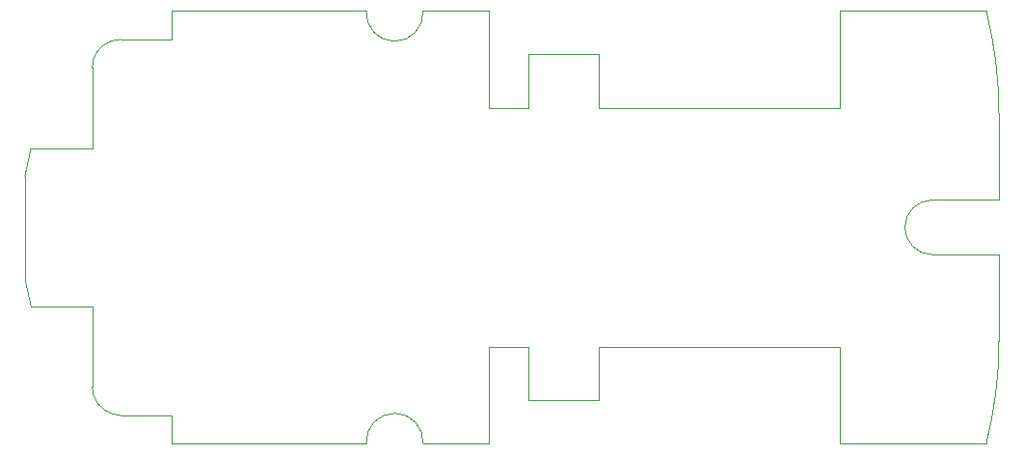
<source format=gko>
G04*
G04 #@! TF.GenerationSoftware,Altium Limited,Altium Designer,18.0.9 (584)*
G04*
G04 Layer_Color=16711935*
%FSLAX44Y44*%
%MOMM*%
G71*
G01*
G75*
%ADD10C,0.1000*%
D10*
X59000Y50000D02*
G03*
X77700Y25807I25000J0D01*
G01*
D02*
G03*
X84000Y25000I6300J24193D01*
G01*
Y355000D02*
G03*
X76137Y353731I0J-25000D01*
G01*
D02*
G03*
X59000Y330000I7863J-23731D01*
G01*
X796616Y214000D02*
G03*
X796745Y166000I0J-24000D01*
G01*
X349536Y-1D02*
G03*
X299648Y-1I-24944J1673D01*
G01*
Y380000D02*
G03*
X349536Y380000I24944J-1673D01*
G01*
X5302Y259300D02*
G03*
X0Y235000I259265J-69300D01*
G01*
X844138Y-0D02*
G03*
X855250Y90000I-358887J90000D01*
G01*
Y290000D02*
G03*
X844138Y380000I-370000J0D01*
G01*
X0Y145000D02*
G03*
X5302Y120700I264567J45000D01*
G01*
X855250Y214000D02*
Y290000D01*
X796616Y214000D02*
X855250D01*
Y90000D02*
Y166000D01*
X796745D02*
X855250D01*
X5490Y120750D02*
X59000D01*
Y50000D02*
Y120750D01*
X84000Y25000D02*
X100606D01*
X129000D01*
Y-0D02*
Y25000D01*
Y-0D02*
X299656D01*
X129000Y355000D02*
Y380000D01*
X101118Y355000D02*
X129000D01*
X84000D02*
X101118D01*
X59000Y259250D02*
Y330000D01*
X5490Y259250D02*
X59000D01*
X129000Y380000D02*
X299656D01*
X349529Y-0D02*
X407250D01*
X349529Y380000D02*
X407250D01*
Y-0D02*
Y85000D01*
X442050D01*
Y38000D02*
Y85000D01*
Y38000D02*
X504050D01*
Y85000D01*
X715250D01*
Y-0D02*
Y85000D01*
Y295000D02*
Y380000D01*
X504050Y295000D02*
X715250D01*
X504050D02*
Y342000D01*
X442050D02*
X504050D01*
X442050Y295000D02*
Y342000D01*
X407250Y295000D02*
X442050D01*
X407250D02*
Y380000D01*
X0Y145000D02*
Y235000D01*
X715250Y380000D02*
X844138D01*
X715250Y-0D02*
X844138D01*
M02*

</source>
